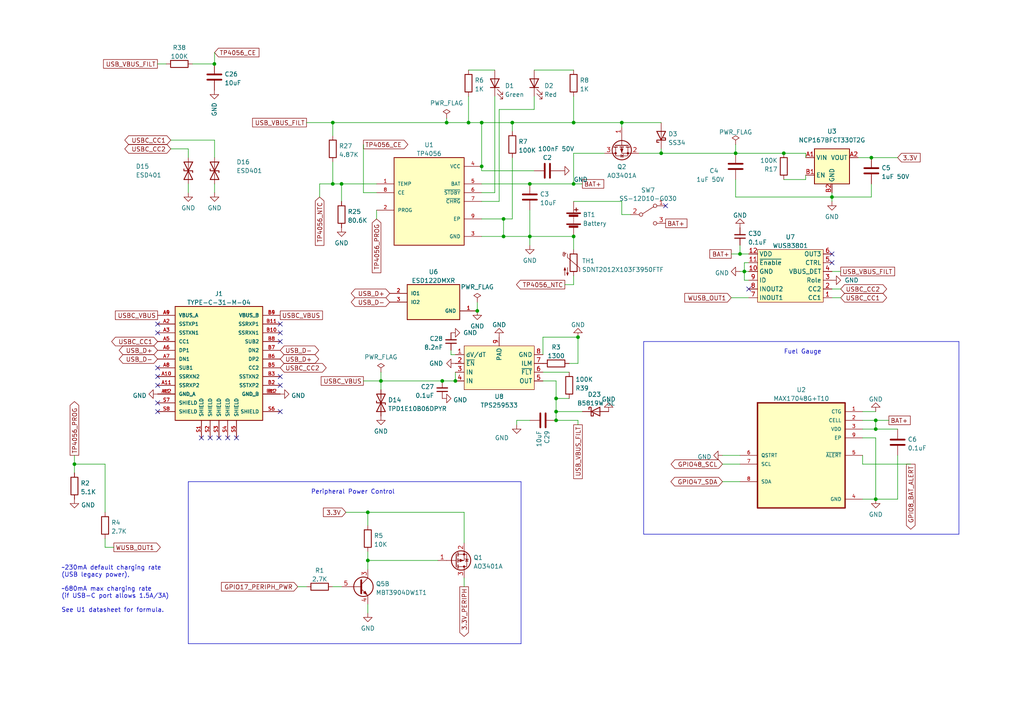
<source format=kicad_sch>
(kicad_sch (version 20230121) (generator eeschema)
  (paper "A4")
  (title_block (title "ezDV") (date "2024-01-01") (rev "v1.0") (company "FreeDV Project"))
  (lib_symbols
    (symbol "Device:Battery" (pin_numbers hide) (pin_names (offset 0) hide)
      (property "Reference" "BT" (at 2.54 2.54 0))
      (property "Value" "Battery" (at 2.54 0 0))
      (symbol "Battery_1_1"
        (pin passive line (at 0 5.08 270) (length 2.54) (name "+") (number "1"))
        (pin passive line (at 0 -5.08 90) (length 2.54) (name "-") (number "2"))
      )
    )
    (symbol "Device:C" (pin_numbers hide) (pin_names (offset 0.254))
      (property "Reference" "C" (at 0.635 2.54 0))
      (property "Value" "C" (at 0.635 -2.54 0))
      (symbol "C_1_1"
        (pin passive line (at 0 3.81 270) (length 2.794) (name "~") (number "1"))
        (pin passive line (at 0 -3.81 90) (length 2.794) (name "~") (number "2"))
      )
    )
    (symbol "Device:C_Small" (pin_numbers hide) (pin_names (offset 0.254) hide)
      (property "Reference" "C" (at 0.254 1.778 0))
      (property "Value" "C_Small" (at 0.254 -2.032 0))
      (symbol "C_Small_1_1"
        (pin passive line (at 0 2.54 270) (length 2.032) (name "~") (number "1"))
        (pin passive line (at 0 -2.54 90) (length 2.032) (name "~") (number "2"))
      )
    )
    (symbol "Device:D_Schottky" (pin_numbers hide) (pin_names (offset 1.016) hide)
      (property "Reference" "D" (at 0 2.54 0))
      (property "Value" "D_Schottky" (at 0 -2.54 0))
      (symbol "D_Schottky_1_1"
        (pin passive line (at -3.81 0 0) (length 2.54) (name "K") (number "1"))
        (pin passive line (at 3.81 0 180) (length 2.54) (name "A") (number "2"))
      )
    )
    (symbol "Device:D_TVS" (pin_numbers hide) (pin_names (offset 1.016) hide)
      (property "Reference" "D" (at 0 2.54 0))
      (property "Value" "D_TVS" (at 0 -2.54 0))
      (symbol "D_TVS_1_1"
        (pin passive line (at -3.81 0 0) (length 2.54) (name "A1") (number "1"))
        (pin passive line (at 3.81 0 180) (length 2.54) (name "A2") (number "2"))
      )
    )
    (symbol "Device:LED" (pin_numbers hide) (pin_names (offset 1.016) hide)
      (property "Reference" "D" (at 0 2.54 0))
      (property "Value" "LED" (at 0 -2.54 0))
      (symbol "LED_1_1"
        (pin passive line (at -3.81 0 0) (length 2.54) (name "K") (number "1"))
        (pin passive line (at 3.81 0 180) (length 2.54) (name "A") (number "2"))
      )
    )
    (symbol "Device:R" (pin_numbers hide) (pin_names (offset 0))
      (property "Reference" "R" (at 2.032 0 90))
      (property "Value" "R" (at 0 0 90))
      (symbol "R_1_1"
        (pin passive line (at 0 3.81 270) (length 1.27) (name "~") (number "1"))
        (pin passive line (at 0 -3.81 90) (length 1.27) (name "~") (number "2"))
      )
    )
    (symbol "Device:Thermistor_NTC" (pin_numbers hide) (pin_names (offset 0))
      (property "Reference" "TH" (at -4.445 0 90))
      (property "Value" "Thermistor_NTC" (at 3.175 0 90))
      (symbol "Thermistor_NTC_1_1"
        (pin passive line (at 0 3.81 270) (length 1.27) (name "~") (number "1"))
        (pin passive line (at 0 -3.81 90) (length 1.27) (name "~") (number "2"))
      )
    )
    (symbol "ESD122DMXR:ESD122DMXR" (pin_names (offset 1.016))
      (property "Reference" "U" (at -7.62 6.35 0))
      (property "Value" "ESD122DMXR" (at -7.62 -7.62 0))
      (symbol "ESD122DMXR_0_0"
        (pin power_in line (at 12.7 -2.54 180) (length 5.08) (name "GND") (number "1"))
        (pin bidirectional line (at -12.7 2.54 0) (length 5.08) (name "IO1") (number "2"))
        (pin bidirectional line (at -12.7 0 0) (length 5.08) (name "IO2") (number "3"))
      )
    )
    (symbol "MAX17048G_T10:MAX17048G+T10" (pin_names (offset 1.016))
      (property "Reference" "U2" (at 0 19.016 0))
      (property "Value" "MAX17048G+T10" (at 0 16.4791 0))
      (symbol "MAX17048G+T10_0_0"
        (pin power_in line (at 17.78 12.7 180) (length 5.08) (name "CTG") (number "1"))
        (pin power_in line (at 17.78 10.16 180) (length 5.08) (name "CELL") (number "2"))
        (pin power_in line (at 17.78 7.62 180) (length 5.08) (name "VDD") (number "3"))
        (pin power_in line (at 17.78 -12.7 180) (length 5.08) (name "GND") (number "4"))
        (pin output line (at 17.78 0 180) (length 5.08) (name "~{ALERT}") (number "5"))
        (pin input line (at -17.78 0 0) (length 5.08) (name "QSTRT") (number "6"))
        (pin input line (at -17.78 -2.54 0) (length 5.08) (name "SCL") (number "7"))
        (pin bidirectional line (at -17.78 -7.62 0) (length 5.08) (name "SDA") (number "8"))
        (pin power_in line (at 17.78 5.08 180) (length 5.08) (name "EP") (number "9"))
      )
    )
    (symbol "Regulator_Linear:NCP163AFCT330T2G"
      (property "Reference" "U" (at 3.81 -6.35 0))
      (property "Value" "NCP163AFCT330T2G" (at 0 6.35 0))
      (symbol "NCP163AFCT330T2G_1_1"
        (pin power_in line (at -7.62 2.54 0) (length 2.54) (name "VIN") (number "A1"))
        (pin power_out line (at 7.62 2.54 180) (length 2.54) (name "VOUT") (number "A2"))
        (pin input line (at -7.62 -2.54 0) (length 2.54) (name "EN") (number "B1"))
        (pin power_in line (at 0 -7.62 90) (length 2.54) (name "GND") (number "B2"))
      )
    )
    (symbol "Switch:SW_SPDT" (pin_names (offset 0) hide)
      (property "Reference" "SW" (at 0 4.318 0))
      (property "Value" "SW_SPDT" (at 0 -5.08 0))
      (symbol "SW_SPDT_1_1"
        (pin passive line (at 5.08 2.54 180) (length 2.54) (name "A") (number "1"))
        (pin passive line (at -5.08 0 0) (length 2.54) (name "B") (number "2"))
        (pin passive line (at 5.08 -2.54 180) (length 2.54) (name "C") (number "3"))
      )
    )
    (symbol "TP4056:TP4056" (pin_names (offset 1.016))
      (property "Reference" "U1" (at 0 16.3998 0))
      (property "Value" "TP4056" (at 0 13.8629 0))
      (symbol "TP4056_0_0"
        (pin input line (at -15.24 5.08 0) (length 5.08) (name "TEMP") (number "1"))
        (pin bidirectional line (at -15.24 -2.54 0) (length 5.08) (name "PROG") (number "2"))
        (pin power_in line (at 15.24 -10.16 180) (length 5.08) (name "GND") (number "3"))
        (pin power_in line (at 15.24 10.16 180) (length 5.08) (name "VCC") (number "4"))
        (pin power_out line (at 15.24 5.08 180) (length 5.08) (name "BAT") (number "5"))
        (pin output line (at 15.24 2.54 180) (length 5.08) (name "~{STDBY}") (number "6"))
        (pin output line (at 15.24 0 180) (length 5.08) (name "~{CHRG}") (number "7"))
        (pin input line (at -15.24 2.54 0) (length 5.08) (name "CE") (number "8"))
        (pin passive line (at 15.24 -5.08 180) (length 5.08) (name "EP") (number "9"))
      )
    )
    (symbol "TYPE-C-31-M-04:TYPE-C-31-M-04" (pin_names (offset 1.016))
      (property "Reference" "J1" (at 0 18.9398 0))
      (property "Value" "TYPE-C-31-M-04" (at 0 16.4029 0))
      (symbol "TYPE-C-31-M-04_0_0"
        (pin power_in line (at -17.78 -10.16 0) (length 5.08) (name "GND_A") (number "A1"))
        (pin bidirectional line (at -17.78 -5.08 0) (length 5.08) (name "SSRXN2") (number "A10"))
        (pin bidirectional line (at -17.78 -7.62 0) (length 5.08) (name "SSRXP2") (number "A11"))
        (pin power_in line (at -17.78 -10.16 0) (length 5.08) (name "GND_A") (number "A12"))
        (pin bidirectional line (at -17.78 10.16 0) (length 5.08) (name "SSTXP1") (number "A2"))
        (pin bidirectional line (at -17.78 7.62 0) (length 5.08) (name "SSTXN1") (number "A3"))
        (pin power_in line (at -17.78 12.7 0) (length 5.08) (name "VBUS_A") (number "A4"))
        (pin bidirectional line (at -17.78 5.08 0) (length 5.08) (name "CC1") (number "A5"))
        (pin bidirectional line (at -17.78 2.54 0) (length 5.08) (name "DP1") (number "A6"))
        (pin bidirectional line (at -17.78 0 0) (length 5.08) (name "DN1") (number "A7"))
        (pin bidirectional line (at -17.78 -2.54 0) (length 5.08) (name "SUB1") (number "A8"))
        (pin power_in line (at -17.78 12.7 0) (length 5.08) (name "VBUS_A") (number "A9"))
        (pin power_in line (at 17.78 -10.16 180) (length 5.08) (name "GND_B") (number "B1"))
        (pin bidirectional line (at 17.78 7.62 180) (length 5.08) (name "SSRXN1") (number "B10"))
        (pin bidirectional line (at 17.78 10.16 180) (length 5.08) (name "SSRXP1") (number "B11"))
        (pin power_in line (at 17.78 -10.16 180) (length 5.08) (name "GND_B") (number "B12"))
        (pin bidirectional line (at 17.78 -7.62 180) (length 5.08) (name "SSTXP2") (number "B2"))
        (pin bidirectional line (at 17.78 -5.08 180) (length 5.08) (name "SSTXN2") (number "B3"))
        (pin power_in line (at 17.78 12.7 180) (length 5.08) (name "VBUS_B") (number "B4"))
        (pin bidirectional line (at 17.78 -2.54 180) (length 5.08) (name "CC2") (number "B5"))
        (pin bidirectional line (at 17.78 0 180) (length 5.08) (name "DP2") (number "B6"))
        (pin bidirectional line (at 17.78 2.54 180) (length 5.08) (name "DN2") (number "B7"))
        (pin bidirectional line (at 17.78 5.08 180) (length 5.08) (name "SUB2") (number "B8"))
        (pin power_in line (at 17.78 12.7 180) (length 5.08) (name "VBUS_B") (number "B9"))
        (pin passive line (at -5.08 -22.86 90) (length 5.08) (name "SHIELD") (number "S1"))
        (pin passive line (at -2.54 -22.86 90) (length 5.08) (name "SHIELD") (number "S2"))
        (pin passive line (at 0 -22.86 90) (length 5.08) (name "SHIELD") (number "S3"))
        (pin passive line (at 2.54 -22.86 90) (length 5.08) (name "SHIELD") (number "S4"))
        (pin passive line (at 5.08 -22.86 90) (length 5.08) (name "SHIELD") (number "S5"))
        (pin passive line (at 17.78 -15.24 180) (length 5.08) (name "SHIELD") (number "S6"))
        (pin passive line (at -17.78 -12.7 0) (length 5.08) (name "SHIELD") (number "S7"))
        (pin passive line (at -17.78 -15.24 0) (length 5.08) (name "SHIELD") (number "S8"))
      )
    )
    (symbol "Transistor_BJT:MBT2222ADW1T1" (pin_names (offset 0) hide)
      (property "Reference" "Q" (at 5.08 1.27 0))
      (property "Value" "MBT2222ADW1T1" (at 5.08 -1.27 0))
      (symbol "MBT2222ADW1T1_1_1"
        (pin passive line (at 2.54 -5.08 90) (length 2.54) (name "E1") (number "1"))
        (pin input line (at -5.08 0 0) (length 2.54) (name "B1") (number "2"))
        (pin passive line (at 2.54 5.08 270) (length 2.54) (name "C1") (number "6"))
      )
      (symbol "MBT2222ADW1T1_2_1"
        (pin passive line (at 2.54 5.08 270) (length 2.54) (name "C2") (number "3"))
        (pin passive line (at 2.54 -5.08 90) (length 2.54) (name "E2") (number "4"))
        (pin input line (at -5.08 0 0) (length 2.54) (name "B2") (number "5"))
      )
    )
    (symbol "Transistor_FET:AO3401A" (pin_names hide)
      (property "Reference" "Q" (at 5.08 1.905 0))
      (property "Value" "AO3401A" (at 5.08 0 0))
      (symbol "AO3401A_1_1"
        (pin input line (at -5.08 0 0) (length 2.54) (name "G") (number "1"))
        (pin passive line (at 2.54 -5.08 90) (length 2.54) (name "S") (number "2"))
        (pin passive line (at 2.54 5.08 270) (length 2.54) (name "D") (number "3"))
      )
    )
    (symbol "ezDV-rescue:TPS259533"
      (property "Reference" "U" (at 0 -1.27 0))
      (property "Value" "TPS259533" (at 0 -3.81 0))
      (symbol "TPS259533_1_1"
        (pin bidirectional line (at -12.7 10.16 0) (length 2.54) (name "dV/dT") (number "1"))
        (pin input line (at -12.7 7.62 0) (length 2.54) (name "~{EN}") (number "2"))
        (pin power_in line (at -12.7 5.08 0) (length 2.54) (name "IN") (number "3"))
        (pin power_in line (at -12.7 2.54 0) (length 2.54) (name "IN") (number "4"))
        (pin power_out line (at 12.7 2.54 180) (length 2.54) (name "OUT") (number "5"))
        (pin open_collector line (at 12.7 5.08 180) (length 2.54) (name "~{FLT}") (number "6"))
        (pin bidirectional line (at 12.7 7.62 180) (length 2.54) (name "ILM") (number "7"))
        (pin bidirectional line (at 12.7 10.16 180) (length 2.54) (name "GND") (number "8"))
        (pin bidirectional line (at 0 15.24 270) (length 2.54) (name "PAD") (number "9"))
      )
    )
    (symbol "ezDV-rescue:WUSB3801"
      (property "Reference" "U?" (at 0 -10.16 0))
      (property "Value" "WUSB3801" (at 0 -12.7 0))
      (symbol "WUSB3801_1_1"
        (pin bidirectional line (at -12.7 6.35 0) (length 2.54) (name "CC1") (number "1"))
        (pin power_out line (at 11.43 -1.27 180) (length 2.54) (name "GND") (number "10"))
        (pin input line (at 11.43 -3.81 180) (length 2.54) (name "~{Enable}") (number "11"))
        (pin power_in line (at 11.43 -6.35 180) (length 2.54) (name "VDD") (number "12"))
        (pin bidirectional line (at -12.7 3.81 0) (length 2.54) (name "CC2") (number "2"))
        (pin input line (at -12.7 1.27 0) (length 2.54) (name "Role") (number "3"))
        (pin power_in line (at -12.7 -1.27 0) (length 2.54) (name "VBUS_DET") (number "4"))
        (pin input line (at -12.7 -3.81 0) (length 2.54) (name "CTRL") (number "5"))
        (pin output line (at -12.7 -6.35 0) (length 2.54) (name "OUT3") (number "6"))
        (pin bidirectional line (at 11.43 6.35 180) (length 2.54) (name "INOUT1") (number "7"))
        (pin bidirectional line (at 11.43 3.81 180) (length 2.54) (name "INOUT2") (number "8"))
        (pin output line (at 11.43 1.27 180) (length 2.54) (name "ID") (number "9"))
      )
    )
    (symbol "power:GND" (power) (pin_names (offset 0))
      (property "Value" "GND" (at 0 -3.81 0))
      (symbol "GND_1_1"
        (pin power_in line (at 0 0 270) (length 0) hide (name "GND") (number "1"))
      )
    )
    (symbol "power:PWR_FLAG" (power) (pin_numbers hide) (pin_names (offset 0) hide)
      (property "Value" "PWR_FLAG" (at 0 3.81 0))
      (symbol "PWR_FLAG_0_0"
        (pin power_out line (at 0 0 90) (length 0) (name "pwr") (number "1"))
      )
    )
  )
  (junction (at 161.29 119.38))
  (junction (at 166.37 68.58))
  (junction (at 214.63 73.66))
  (junction (at 96.52 35.56))
  (junction (at 166.37 35.56))
  (junction (at 241.3 57.15))
  (junction (at 135.89 35.56))
  (junction (at 110.49 110.49))
  (junction (at 106.68 162.56))
  (junction (at 153.67 53.34))
  (junction (at 62.1783 18.5406))
  (junction (at 139.7 35.56))
  (junction (at 213.36 44.45))
  (junction (at 21.59 134.62))
  (junction (at 166.37 53.34))
  (junction (at 252.73 45.72))
  (junction (at 215.9 78.74))
  (junction (at 180.34 35.56))
  (junction (at 167.64 97.79))
  (junction (at 99.06 53.34))
  (junction (at 161.29 121.92))
  (junction (at 148.59 35.56))
  (junction (at 146.05 68.58))
  (junction (at 96.52 53.34))
  (junction (at 161.29 115.57))
  (junction (at 106.68 148.59))
  (junction (at 254 144.78))
  (junction (at 128.27 110.49))
  (junction (at 138.43 90.17))
  (junction (at 153.67 68.58))
  (junction (at 254 121.92))
  (junction (at 254 124.46))
  (junction (at 132.08 110.49))
  (junction (at 191.77 44.45))
  (junction (at 129.54 35.56))
  (junction (at 146.05 63.5))
  (junction (at 227.33 44.45))
  (junction (at 139.7 48.26))
  (no_connect (at 193.04 59.69))
  (no_connect (at 81.28 119.38))
  (no_connect (at 45.72 116.84))
  (no_connect (at 58.42 127))
  (no_connect (at 60.96 127))
  (no_connect (at 63.5 127))
  (no_connect (at 66.04 127))
  (no_connect (at 68.58 127))
  (no_connect (at 241.3 73.66))
  (no_connect (at 241.3 76.2))
  (no_connect (at 217.17 83.82))
  (no_connect (at 45.72 96.52))
  (no_connect (at 45.72 93.98))
  (no_connect (at 81.28 99.06))
  (no_connect (at 81.28 111.76))
  (no_connect (at 81.28 96.52))
  (no_connect (at 81.28 109.22))
  (no_connect (at 81.28 93.98))
  (no_connect (at 45.72 106.68))
  (no_connect (at 45.72 111.76))
  (no_connect (at 45.72 119.38))
  (no_connect (at 45.72 109.22))
  (wire (pts (xy 215.9 78.74) (xy 215.9 81.28)))
  (wire (pts (xy 254 124.46) (xy 260.35 124.46)))
  (wire (pts (xy 213.36 44.45) (xy 227.33 44.45)))
  (wire (pts (xy 180.34 35.56) (xy 180.34 36.83)))
  (wire (pts (xy 135.89 27.94) (xy 135.89 35.56)))
  (wire (pts (xy 30.48 134.62) (xy 21.59 134.62)))
  (wire (pts (xy 227.33 52.07) (xy 233.68 52.07)))
  (wire (pts (xy 135.89 35.56) (xy 139.7 35.56)))
  (wire (pts (xy 167.64 97.79) (xy 167.64 105.41)))
  (polyline (pts (xy 186.69 99.06) (xy 186.69 154.94)))
  (wire (pts (xy 106.68 175.26) (xy 106.68 177.8)))
  (wire (pts (xy 146.05 68.58) (xy 153.67 68.58)))
  (wire (pts (xy 148.59 45.72) (xy 148.59 63.5)))
  (wire (pts (xy 96.52 35.56) (xy 129.54 35.56)))
  (wire (pts (xy 86.36 170.18) (xy 88.9 170.18)))
  (wire (pts (xy 250.19 134.62) (xy 250.19 132.08)))
  (wire (pts (xy 264.16 134.62) (xy 250.19 134.62)))
  (polyline (pts (xy 54.61 139.7) (xy 54.61 186.69)))
  (wire (pts (xy 54.61 45.72) (xy 54.61 43.18)))
  (wire (pts (xy 130.81 101.6) (xy 130.81 102.87)))
  (wire (pts (xy 214.63 73.66) (xy 217.17 73.66)))
  (wire (pts (xy 161.29 115.57) (xy 165.1 115.57)))
  (wire (pts (xy 153.67 68.58) (xy 153.67 60.96)))
  (wire (pts (xy 109.22 55.88) (xy 105.41 55.88)))
  (wire (pts (xy 157.48 102.87) (xy 157.48 97.79)))
  (wire (pts (xy 21.59 134.62) (xy 21.59 137.16)))
  (wire (pts (xy 134.62 148.59) (xy 134.62 157.48)))
  (wire (pts (xy 166.37 35.56) (xy 180.34 35.56)))
  (wire (pts (xy 62.23 18.5406) (xy 62.1783 18.5406)))
  (wire (pts (xy 139.7 35.56) (xy 139.7 48.26)))
  (wire (pts (xy 153.67 53.34) (xy 166.37 53.34)))
  (wire (pts (xy 157.48 107.95) (xy 165.1 107.95)))
  (wire (pts (xy 106.68 162.56) (xy 127 162.56)))
  (wire (pts (xy 250.19 144.78) (xy 254 144.78)))
  (wire (pts (xy 180.34 58.42) (xy 180.34 62.23)))
  (wire (pts (xy 254 124.46) (xy 254 121.92)))
  (wire (pts (xy 149.86 123.19) (xy 149.86 121.92)))
  (wire (pts (xy 161.29 115.57) (xy 161.29 119.38)))
  (wire (pts (xy 105.41 110.49) (xy 110.49 110.49)))
  (wire (pts (xy 241.3 57.15) (xy 241.3 55.88)))
  (wire (pts (xy 161.29 119.38) (xy 161.29 121.92)))
  (wire (pts (xy 62.23 53.34) (xy 62.23 55.88)))
  (wire (pts (xy 250.19 127) (xy 254 127)))
  (wire (pts (xy 55.8283 18.5406) (xy 62.1783 18.5406)))
  (wire (pts (xy 233.68 52.07) (xy 233.68 50.8)))
  (wire (pts (xy 148.59 35.56) (xy 166.37 35.56)))
  (wire (pts (xy 252.73 57.15) (xy 241.3 57.15)))
  (wire (pts (xy 99.06 53.34) (xy 99.06 58.42)))
  (wire (pts (xy 49.53 43.18) (xy 54.61 43.18)))
  (wire (pts (xy 30.48 148.59) (xy 30.48 134.62)))
  (wire (pts (xy 134.62 167.64) (xy 134.62 170.18)))
  (wire (pts (xy 106.68 148.59) (xy 134.62 148.59)))
  (wire (pts (xy 166.37 68.58) (xy 153.67 68.58)))
  (wire (pts (xy 106.68 162.56) (xy 106.68 165.1)))
  (polyline (pts (xy 278.13 154.94) (xy 186.69 154.94)))
  (wire (pts (xy 129.54 34.29) (xy 129.54 35.56)))
  (wire (pts (xy 212.09 86.36) (xy 217.17 86.36)))
  (wire (pts (xy 215.9 76.2) (xy 217.17 76.2)))
  (wire (pts (xy 45.6683 18.5406) (xy 48.2083 18.5406)))
  (wire (pts (xy 166.37 58.42) (xy 180.34 58.42)))
  (wire (pts (xy 250.19 124.46) (xy 254 124.46)))
  (wire (pts (xy 213.36 41.91) (xy 213.36 44.45)))
  (wire (pts (xy 54.61 53.34) (xy 54.61 55.88)))
  (wire (pts (xy 213.36 52.07) (xy 213.36 57.15)))
  (wire (pts (xy 241.3 57.15) (xy 241.3 58.42)))
  (wire (pts (xy 233.68 45.72) (xy 233.68 44.45)))
  (wire (pts (xy 49.53 40.64) (xy 62.23 40.64)))
  (wire (pts (xy 110.49 110.49) (xy 110.49 107.95)))
  (wire (pts (xy 99.06 53.34) (xy 109.22 53.34)))
  (wire (pts (xy 154.94 20.32) (xy 166.37 20.32)))
  (wire (pts (xy 96.52 53.34) (xy 92.71 53.34)))
  (wire (pts (xy 163.83 82.55) (xy 166.37 82.55)))
  (wire (pts (xy 106.68 160.02) (xy 106.68 162.56)))
  (wire (pts (xy 165.1 105.41) (xy 167.64 105.41)))
  (wire (pts (xy 92.71 53.34) (xy 92.71 57.15)))
  (wire (pts (xy 233.68 44.45) (xy 227.33 44.45)))
  (wire (pts (xy 180.34 62.23) (xy 182.88 62.23)))
  (wire (pts (xy 105.41 41.91) (xy 105.41 55.88)))
  (wire (pts (xy 149.86 121.92) (xy 153.67 121.92)))
  (polyline (pts (xy 54.61 139.7) (xy 151.13 139.7)))
  (wire (pts (xy 161.29 121.92) (xy 167.64 121.92)))
  (wire (pts (xy 96.52 53.34) (xy 99.06 53.34)))
  (polyline (pts (xy 278.13 99.06) (xy 278.13 154.94)))
  (wire (pts (xy 132.08 107.95) (xy 132.08 110.49)))
  (wire (pts (xy 260.35 144.78) (xy 260.35 132.08)))
  (wire (pts (xy 154.94 49.53) (xy 139.7 49.53)))
  (wire (pts (xy 148.59 63.5) (xy 146.05 63.5)))
  (wire (pts (xy 166.37 44.45) (xy 166.37 53.34)))
  (wire (pts (xy 135.89 20.32) (xy 143.51 20.32)))
  (wire (pts (xy 215.9 78.74) (xy 215.9 76.2)))
  (wire (pts (xy 180.34 35.56) (xy 191.77 35.56)))
  (wire (pts (xy 161.29 119.38) (xy 168.91 119.38)))
  (wire (pts (xy 143.51 55.88) (xy 139.7 55.88)))
  (wire (pts (xy 139.7 63.5) (xy 146.05 63.5)))
  (wire (pts (xy 166.37 53.34) (xy 168.91 53.34)))
  (wire (pts (xy 153.67 68.58) (xy 153.67 71.12)))
  (wire (pts (xy 109.22 60.96) (xy 109.22 63.5)))
  (wire (pts (xy 62.23 15.24) (xy 62.23 18.5406)))
  (wire (pts (xy 215.9 81.28) (xy 217.17 81.28)))
  (wire (pts (xy 128.27 110.49) (xy 132.08 110.49)))
  (wire (pts (xy 209.55 132.08) (xy 214.63 132.08)))
  (wire (pts (xy 209.55 134.62) (xy 214.63 134.62)))
  (polyline (pts (xy 151.13 139.7) (xy 151.13 186.69)))
  (wire (pts (xy 250.19 119.38) (xy 254 119.38)))
  (wire (pts (xy 214.63 71.12) (xy 214.63 73.66)))
  (wire (pts (xy 139.7 35.56) (xy 148.59 35.56)))
  (wire (pts (xy 30.48 156.21) (xy 30.48 158.75)))
  (wire (pts (xy 21.59 132.08) (xy 21.59 134.62)))
  (polyline (pts (xy 151.13 186.69) (xy 54.61 186.69)))
  (wire (pts (xy 254 121.92) (xy 257.81 121.92)))
  (polyline (pts (xy 186.69 99.06) (xy 278.13 99.06)))
  (wire (pts (xy 100.33 148.59) (xy 106.68 148.59)))
  (wire (pts (xy 209.55 139.7) (xy 214.63 139.7)))
  (wire (pts (xy 144.78 31.75) (xy 144.78 58.42)))
  (wire (pts (xy 175.26 44.45) (xy 166.37 44.45)))
  (wire (pts (xy 96.52 46.99) (xy 96.52 53.34)))
  (wire (pts (xy 139.7 49.53) (xy 139.7 48.26)))
  (wire (pts (xy 144.78 58.42) (xy 139.7 58.42)))
  (wire (pts (xy 138.43 87.63) (xy 138.43 90.17)))
  (wire (pts (xy 241.3 83.82) (xy 243.84 83.82)))
  (wire (pts (xy 157.48 110.49) (xy 161.29 110.49)))
  (wire (pts (xy 254 144.78) (xy 260.35 144.78)))
  (wire (pts (xy 166.37 82.55) (xy 166.37 80.01)))
  (wire (pts (xy 166.37 27.94) (xy 166.37 35.56)))
  (wire (pts (xy 129.54 35.56) (xy 135.89 35.56)))
  (wire (pts (xy 213.36 57.15) (xy 241.3 57.15)))
  (wire (pts (xy 252.73 45.72) (xy 260.35 45.72)))
  (wire (pts (xy 154.94 27.94) (xy 154.94 31.75)))
  (wire (pts (xy 252.73 53.34) (xy 252.73 57.15)))
  (wire (pts (xy 167.64 121.92) (xy 167.64 123.19)))
  (wire (pts (xy 146.05 63.5) (xy 146.05 68.58)))
  (wire (pts (xy 139.7 53.34) (xy 153.67 53.34)))
  (wire (pts (xy 250.19 121.92) (xy 254 121.92)))
  (wire (pts (xy 157.48 97.79) (xy 167.64 97.79)))
  (wire (pts (xy 166.37 68.58) (xy 166.37 72.39)))
  (wire (pts (xy 214.63 78.74) (xy 215.9 78.74)))
  (wire (pts (xy 143.51 27.94) (xy 143.51 55.88)))
  (wire (pts (xy 139.7 68.58) (xy 146.05 68.58)))
  (wire (pts (xy 110.49 110.49) (xy 110.49 113.03)))
  (wire (pts (xy 148.59 35.56) (xy 148.59 38.1)))
  (wire (pts (xy 241.3 78.74) (xy 243.84 78.74)))
  (wire (pts (xy 254 127) (xy 254 144.78)))
  (wire (pts (xy 62.23 40.64) (xy 62.23 45.72)))
  (wire (pts (xy 106.68 148.59) (xy 106.68 152.4)))
  (wire (pts (xy 96.52 170.18) (xy 99.06 170.18)))
  (wire (pts (xy 96.52 35.56) (xy 96.52 39.37)))
  (wire (pts (xy 212.09 73.66) (xy 214.63 73.66)))
  (wire (pts (xy 241.3 86.36) (xy 243.84 86.36)))
  (wire (pts (xy 191.77 44.45) (xy 191.77 43.18)))
  (wire (pts (xy 161.29 110.49) (xy 161.29 115.57)))
  (wire (pts (xy 185.42 44.45) (xy 191.77 44.45)))
  (wire (pts (xy 88.9 35.56) (xy 96.52 35.56)))
  (wire (pts (xy 130.81 102.87) (xy 132.08 102.87)))
  (wire (pts (xy 30.48 158.75) (xy 33.02 158.75)))
  (wire (pts (xy 248.92 45.72) (xy 252.73 45.72)))
  (wire (pts (xy 191.77 44.45) (xy 213.36 44.45)))
  (wire (pts (xy 154.94 31.75) (xy 144.78 31.75)))
  (wire (pts (xy 215.9 78.74) (xy 217.17 78.74)))
  (wire (pts (xy 110.49 110.49) (xy 128.27 110.49)))
  (text "Fuel Gauge" (at 227.33 102.87 0) (effects (font (size 1.27 1.27)) (justify left bottom)))
  (text "Peripheral Power Control" (at 90.17 143.51 0) (effects (font (size 1.27 1.27)) (justify left bottom)))
  (text "~230mA default charging rate\n(USB legacy power),\n\n~680mA max charging rate \n(if USB-C port allows 1.5A/3A)\n\nSee U1 datasheet for formula." (at 17.78 177.8 0) (effects (font (size 1.27 1.27)) (justify left bottom)))
  (global_label "USBC_CC1" (shape bidirectional) (at 45.72 99.06 180) (property "Intersheetrefs" "${INTERSHEET_REFS}" (effects hide)))
  (global_label "USBC_CC1" (shape bidirectional) (at 243.84 86.36 0) (property "Intersheetrefs" "${INTERSHEET_REFS}" (effects hide)))
  (global_label "USB_VBUS_FILT" (shape passive) (at 243.84 78.74 0) (property "Intersheetrefs" "${INTERSHEET_REFS}" (effects hide)))
  (global_label "USB_D+" (shape bidirectional) (at 45.72 101.6 180) (property "Intersheetrefs" "${INTERSHEET_REFS}" (effects hide)))
  (global_label "USBC_VBUS" (shape passive) (at 81.28 91.44 0) (property "Intersheetrefs" "${INTERSHEET_REFS}" (effects hide)))
  (global_label "USB_VBUS_FILT" (shape passive) (at 45.6683 18.5406 180) (property "Intersheetrefs" "${INTERSHEET_REFS}" (effects hide)))
  (global_label "TP4056_NTC" (shape output) (at 163.83 82.55 180) (property "Intersheetrefs" "${INTERSHEET_REFS}" (effects hide)))
  (global_label "GPIO17_PERIPH_PWR" (shape input) (at 86.36 170.18 180) (property "Intersheetrefs" "${INTERSHEET_REFS}" (effects hide)))
  (global_label "TP4056_CE" (shape input) (at 62.23 15.24 0) (property "Intersheetrefs" "${INTERSHEET_REFS}" (effects hide)))
  (global_label "GPIO8_BAT_ALERT" (shape output) (at 264.16 134.62 270) (property "Intersheetrefs" "${INTERSHEET_REFS}" (effects hide)))
  (global_label "3.3V" (shape input) (at 100.33 148.59 180) (property "Intersheetrefs" "${INTERSHEET_REFS}" (effects hide)))
  (global_label "USB_D+" (shape bidirectional) (at 113.03 85.09 180) (property "Intersheetrefs" "${INTERSHEET_REFS}" (effects hide)))
  (global_label "3.3V_PERIPH" (shape output) (at 134.62 170.18 270) (property "Intersheetrefs" "${INTERSHEET_REFS}" (effects hide)))
  (global_label "USBC_VBUS" (shape passive) (at 105.41 110.49 180) (property "Intersheetrefs" "${INTERSHEET_REFS}" (effects hide)))
  (global_label "USB_VBUS_FILT" (shape passive) (at 167.64 123.19 270) (property "Intersheetrefs" "${INTERSHEET_REFS}" (effects hide)))
  (global_label "WUSB_OUT1" (shape input) (at 212.09 86.36 180) (property "Intersheetrefs" "${INTERSHEET_REFS}" (effects hide)))
  (global_label "USB_D-" (shape bidirectional) (at 81.28 101.6 0) (property "Intersheetrefs" "${INTERSHEET_REFS}" (effects hide)))
  (global_label "USBC_CC2" (shape bidirectional) (at 243.84 83.82 0) (property "Intersheetrefs" "${INTERSHEET_REFS}" (effects hide)))
  (global_label "TP4056_PROG" (shape input) (at 109.22 63.5 270) (property "Intersheetrefs" "${INTERSHEET_REFS}" (effects hide)))
  (global_label "BAT+" (shape passive) (at 168.91 53.34 0) (property "Intersheetrefs" "${INTERSHEET_REFS}" (effects hide)))
  (global_label "BAT+" (shape passive) (at 257.81 121.92 0) (property "Intersheetrefs" "${INTERSHEET_REFS}" (effects hide)))
  (global_label "USB_VBUS_FILT" (shape passive) (at 88.9 35.56 180) (property "Intersheetrefs" "${INTERSHEET_REFS}" (effects hide)))
  (global_label "USB_D+" (shape bidirectional) (at 81.28 104.14 0) (property "Intersheetrefs" "${INTERSHEET_REFS}" (effects hide)))
  (global_label "USB_D-" (shape bidirectional) (at 45.72 104.14 180) (property "Intersheetrefs" "${INTERSHEET_REFS}" (effects hide)))
  (global_label "GPIO47_SDA" (shape bidirectional) (at 209.55 139.7 180) (property "Intersheetrefs" "${INTERSHEET_REFS}" (effects hide)))
  (global_label "USBC_VBUS" (shape passive) (at 45.72 91.44 180) (property "Intersheetrefs" "${INTERSHEET_REFS}" (effects hide)))
  (global_label "USBC_CC2" (shape bidirectional) (at 81.28 106.68 0) (property "Intersheetrefs" "${INTERSHEET_REFS}" (effects hide)))
  (global_label "BAT+" (shape passive) (at 193.04 64.77 0) (property "Intersheetrefs" "${INTERSHEET_REFS}" (effects hide)))
  (global_label "USBC_CC2" (shape bidirectional) (at 49.53 43.18 180) (property "Intersheetrefs" "${INTERSHEET_REFS}" (effects hide)))
  (global_label "WUSB_OUT1" (shape output) (at 33.02 158.75 0) (property "Intersheetrefs" "${INTERSHEET_REFS}" (effects hide)))
  (global_label "TP4056_CE" (shape output) (at 105.41 41.91 0) (property "Intersheetrefs" "${INTERSHEET_REFS}" (effects hide)))
  (global_label "USBC_CC1" (shape bidirectional) (at 49.53 40.64 180) (property "Intersheetrefs" "${INTERSHEET_REFS}" (effects hide)))
  (global_label "TP4056_NTC" (shape input) (at 92.71 57.15 270) (property "Intersheetrefs" "${INTERSHEET_REFS}" (effects hide)))
  (global_label "BAT+" (shape passive) (at 212.09 73.66 180) (property "Intersheetrefs" "${INTERSHEET_REFS}" (effects hide)))
  (global_label "USB_D-" (shape bidirectional) (at 113.03 87.63 180) (property "Intersheetrefs" "${INTERSHEET_REFS}" (effects hide)))
  (global_label "TP4056_PROG" (shape output) (at 21.59 132.08 90) (property "Intersheetrefs" "${INTERSHEET_REFS}" (effects hide)))
  (global_label "GPIO48_SCL" (shape bidirectional) (at 209.55 134.62 180) (property "Intersheetrefs" "${INTERSHEET_REFS}" (effects hide)))
  (global_label "3.3V" (shape input) (at 260.35 45.72 0) (property "Intersheetrefs" "${INTERSHEET_REFS}" (effects hide)))
  (symbol (lib_id "power:PWR_FLAG") (at 129.54 34.29 0) (unit 1)
    (property "Reference" "#FLG0101" (effects hide))
    (property "Value" "PWR_FLAG" (at 129.54 29.8958 0))
  )
  (symbol (lib_id "Device:LED") (at 154.94 24.13 90) (unit 1)
    (property "Reference" "D2" (at 157.861 24.8828 90) (effects (justify right)))
    (property "Value" "Red" (at 157.861 27.4197 90) (effects (justify right)))
    (property "Footprint" "Diode_SMD:D_0603_1608Metric" (effects hide))
    (property "Datasheet" "https://datasheet.lcsc.com/lcsc/1810231112_Hubei-KENTO-Elec-KT-0603R_C2286.pdf" (effects hide))
    (property "LCSC" "C2286" (effects hide))
    (property "JLCPCB_Basic" "Yes" (effects hide))
  )
  (symbol (lib_id "Device:C") (at 157.48 121.92 270) (unit 1)
    (property "Reference" "C29" (at 158.6484 124.841 0) (effects (justify left)))
    (property "Value" "10uF" (at 156.337 124.841 0) (effects (justify left)))
    (property "Footprint" "Capacitor_SMD:C_0603_1608Metric" (effects hide))
    (property "Datasheet" "https://datasheet.lcsc.com/lcsc/2304140030_Samsung-Electro-Mechanics-CL10A106MA8NRNC_C96446.pdf" (effects hide))
    (property "LCSC" "C96446" (effects hide))
    (property "JLCPCB_Basic" "Yes" (effects hide))
  )
  (symbol (lib_id "Device:R") (at 52.0183 18.5406 270) (unit 1)
    (property "Reference" "R38" (at 52.0183 13.8248 90))
    (property "Value" "100K" (at 52.0183 16.3617 90))
    (property "Footprint" "Resistor_SMD:R_0402_1005Metric" (effects hide))
    (property "Datasheet" "https://datasheet.lcsc.com/lcsc/2206010100_UNI-ROYAL-Uniroyal-Elec-0402WGF1003TCE_C25741.pdf" (effects hide))
    (property "LCSC" "C25741" (effects hide))
    (property "JLCPCB_Basic" "Yes" (effects hide))
  )
  (symbol (lib_id "TP4056:TP4056") (at 124.46 58.42 0) (unit 1)
    (property "Reference" "U1" (at 124.46 42.0202 0))
    (property "Value" "TP4056" (at 124.46 44.5571 0))
    (property "Footprint" "ezDV_production:SOP127P600X175-9N" (effects hide))
    (property "Datasheet" "https://datasheet.lcsc.com/lcsc/1809261820_TOPPOWER-Nanjing-Extension-Microelectronics-TP4056-42-ESOP8_C16581.pdf" (effects hide))
    (property "STANDARD" "IPC 7351B" (effects hide))
    (property "MAXIMUM_PACKAGE_HEIGHT" "1.75mm" (effects hide))
    (property "MANUFACTURER" "NanJing Top Power ASIC Corp." (effects hide))
    (property "LCSC" "C16581" (effects hide))
    (property "JLCPCB_Basic" "No" (effects hide))
  )
  (symbol (lib_id "power:GND") (at 254 119.38 180) (unit 1)
    (property "Reference" "#PWR010" (effects hide))
    (property "Value" "GND" (at 254 115.8042 0))
  )
  (symbol (lib_id "Device:D_TVS") (at 110.49 116.84 90) (unit 1)
    (property "Reference" "D14" (at 112.522 116.0053 90) (effects (justify right)))
    (property "Value" "TPD1E10B06DPYR" (at 112.522 118.5422 90) (effects (justify right)))
    (property "Footprint" "ezDV_production:DIO_TPD1E05U06DPYR" (effects hide))
    (property "Datasheet" "https://www.ti.com/lit/ds/symlink/tpd1e10b06.pdf?ts=1673062853444" (effects hide))
    (property "LCSC" "C48260" (effects hide))
    (property "JLCPCB_Basic" "Yes" (effects hide))
  )
  (symbol (lib_id "power:GND") (at 81.28 114.3 90) (unit 1)
    (property "Reference" "#PWR02" (effects hide))
    (property "Value" "GND" (at 84.455 114.7338 90) (effects (justify right)))
  )
  (symbol (lib_id "power:GND") (at 128.27 115.57 90) (unit 1)
    (property "Reference" "#PWR055" (effects hide))
    (property "Value" "GND" (at 131.445 116.0038 90) (effects (justify right)))
  )
  (symbol (lib_id "Device:C_Small") (at 214.63 68.58 180) (unit 1)
    (property "Reference" "C30" (at 216.9541 67.7389 0) (effects (justify right)))
    (property "Value" "0.1uF" (at 216.9541 70.2758 0) (effects (justify right)))
    (property "Footprint" "Capacitor_SMD:C_0402_1005Metric" (effects hide))
    (property "Datasheet" "https://datasheet.lcsc.com/lcsc/1810191219_Samsung-Electro-Mechanics-CL05B104KO5NNNC_C1525.pdf" (effects hide))
    (property "LCSC" "C1525" (effects hide))
    (property "JLCPCB_Basic" "Yes" (effects hide))
  )
  (symbol (lib_id "Device:R") (at 161.29 105.41 90) (unit 1)
    (property "Reference" "R3" (at 161.29 100.6942 90))
    (property "Value" "1300" (at 161.29 103.2311 90))
    (property "Footprint" "Resistor_SMD:R_0402_1005Metric" (effects hide))
    (property "Datasheet" "https://datasheet.lcsc.com/lcsc/2202151130_FOJAN-FRC0402F1331TS_C2974006.pdf" (effects hide))
    (property "LCSC" "C2974006" (effects hide))
    (property "JLCPCB_Basic" "No" (effects hide))
  )
  (symbol (lib_id "Device:R") (at 148.59 41.91 0) (unit 1)
    (property "Reference" "R7" (at 150.368 41.0753 0) (effects (justify left)))
    (property "Value" "100K" (at 150.368 43.6122 0) (effects (justify left)))
    (property "Footprint" "Resistor_SMD:R_0402_1005Metric" (effects hide))
    (property "Datasheet" "https://datasheet.lcsc.com/lcsc/2206010100_UNI-ROYAL-Uniroyal-Elec-0402WGF1003TCE_C25741.pdf" (effects hide))
    (property "LCSC" "C25741" (effects hide))
    (property "JLCPCB_Basic" "Yes" (effects hide))
  )
  (symbol (lib_id "power:GND") (at 241.3 58.42 0) (unit 1)
    (property "Reference" "#PWR09" (effects hide))
    (property "Value" "GND" (at 241.3 62.8634 0))
  )
  (symbol (lib_id "Device:C") (at 62.1783 22.3506 180) (unit 1)
    (property "Reference" "C26" (at 65.0993 21.5159 0) (effects (justify right)))
    (property "Value" "10uF" (at 65.0993 24.0528 0) (effects (justify right)))
    (property "Footprint" "Capacitor_SMD:C_0603_1608Metric" (effects hide))
    (property "Datasheet" "https://datasheet.lcsc.com/lcsc/2304140030_Samsung-Electro-Mechanics-CL10A106MA8NRNC_C96446.pdf" (effects hide))
    (property "LCSC" "C96446" (effects hide))
    (property "JLCPCB_Basic" "Yes" (effects hide))
  )
  (symbol (lib_id "Device:R") (at 106.68 156.21 0) (unit 1)
    (property "Reference" "R5" (at 108.458 155.3753 0) (effects (justify left)))
    (property "Value" "10K" (at 108.458 157.9122 0) (effects (justify left)))
    (property "Footprint" "Resistor_SMD:R_0402_1005Metric" (effects hide))
    (property "Datasheet" "https://datasheet.lcsc.com/lcsc/2206010100_UNI-ROYAL-Uniroyal-Elec-0402WGF1002TCE_C25744.pdf" (effects hide))
    (property "LCSC" "C25744" (effects hide))
    (property "JLCPCB_Basic" "Yes" (effects hide))
  )
  (symbol (lib_id "Device:C") (at 252.73 49.53 0) (unit 1)
    (property "Reference" "C5" (at 255.651 48.6953 0) (effects (justify left)))
    (property "Value" "1uF 50V" (at 255.651 51.2322 0) (effects (justify left)))
    (property "Footprint" "Capacitor_SMD:C_0805_2012Metric" (effects hide))
    (property "Datasheet" "https://datasheet.lcsc.com/lcsc/1810191216_Samsung-Electro-Mechanics-CL21B105KBFNNNE_C28323.pdf" (effects hide))
    (property "LCSC" "C28323" (effects hide))
    (property "JLCPCB_Basic" "Yes" (effects hide))
  )
  (symbol (lib_id "power:GND") (at 254 144.78 0) (unit 1)
    (property "Reference" "#PWR011" (effects hide))
    (property "Value" "GND" (at 254 149.2234 0))
  )
  (symbol (lib_id "power:PWR_FLAG") (at 213.36 41.91 0) (unit 1)
    (property "Reference" "#FLG02" (effects hide))
    (property "Value" "PWR_FLAG" (at 213.36 38.3342 0))
  )
  (symbol (lib_id "power:GND") (at 62.23 55.88 0) (unit 1)
    (property "Reference" "#PWR051" (effects hide))
    (property "Value" "GND" (at 62.23 60.3234 0))
  )
  (symbol (lib_id "ezDV-rescue:TPS259533") (at 144.78 113.03 0) (unit 1)
    (property "Reference" "U8" (at 144.78 115.0096 0))
    (property "Value" "TPS259533" (at 144.78 117.5465 0))
    (property "Footprint" "Package_SON:WSON-8-1EP_2x2mm_P0.5mm_EP0.9x1.6mm_ThermalVias" (effects hide))
    (property "Datasheet" "https://www.ti.com/lit/ds/symlink/tps2595.pdf" (effects hide))
    (property "LCSC" "C2155777" (effects hide))
    (property "JLCPCB_Basic" "No" (effects hide))
  )
  (symbol (lib_id "power:GND") (at 214.63 66.04 180) (unit 1)
    (property "Reference" "#PWR064" (effects hide))
    (property "Value" "GND" (at 214.63 62.4642 0))
  )
  (symbol (lib_id "Device:C") (at 158.75 49.53 270) (unit 1)
    (property "Reference" "C2" (at 158.75 45.72 90))
    (property "Value" "100nF 50V" (at 161.29 43.18 90))
    (property "Footprint" "Capacitor_SMD:C_0402_1005Metric" (effects hide))
    (property "Datasheet" "https://datasheet.lcsc.com/lcsc/1810191222_Samsung-Electro-Mechanics-CL05B104KB54PNC_C307331.pdf" (effects hide))
    (property "LCSC" "C307331" (effects hide))
    (property "JLCPCB_Basic" "Yes" (effects hide))
  )
  (symbol (lib_id "Device:D_TVS") (at 62.23 49.53 270) (unit 1)
    (property "Reference" "D16" (at 68.58 46.99 90) (effects (justify left)))
    (property "Value" "ESD401" (at 68.58 49.53 90) (effects (justify left)))
    (property "Footprint" "ezDV_production:DIO_TPD1E05U06DPYR" (effects hide))
    (property "Datasheet" "https://www.ti.com/lit/ds/symlink/esd401.pdf" (effects hide))
    (property "LCSC" "C1974752" (effects hide))
    (property "JLCPCB_Basic" "No" (effects hide))
  )
  (symbol (lib_id "power:GND") (at 106.68 177.8 0) (unit 1)
    (property "Reference" "#PWR040" (effects hide))
    (property "Value" "GND" (at 106.68 182.2434 0))
  )
  (symbol (lib_id "Device:R") (at 165.1 111.76 0) (mirror x) (unit 1)
    (property "Reference" "R39" (at 166.878 112.5947 0) (effects (justify left)))
    (property "Value" "100K" (at 166.878 110.0578 0) (effects (justify left)))
    (property "Footprint" "Resistor_SMD:R_0402_1005Metric" (effects hide))
    (property "Datasheet" "https://datasheet.lcsc.com/lcsc/2206010100_UNI-ROYAL-Uniroyal-Elec-0402WGF1003TCE_C25741.pdf" (effects hide))
    (property "LCSC" "C25741" (effects hide))
    (property "JLCPCB_Basic" "Yes" (effects hide))
  )
  (symbol (lib_id "MAX17048G_T10:MAX17048G+T10") (at 232.41 132.08 0) (unit 1)
    (property "Reference" "U2" (at 232.41 113.064 0))
    (property "Value" "MAX17048G+T10" (at 232.41 115.6009 0))
    (property "Footprint" "ezDV_production:SON50P200X200X80-9N" (effects hide))
    (property "Datasheet" "https://datasheets.maximintegrated.com/en/ds/MAX17048-MAX17049.pdf" (effects hide))
    (property "LCSC" "C2682616" (effects hide))
    (property "JLCPCB_Basic" "No" (effects hide))
  )
  (symbol (lib_id "power:GND") (at 149.86 123.19 0) (unit 1)
    (property "Reference" "#PWR068" (effects hide))
    (property "Value" "GND" (at 143.51 127 0) (effects (justify left)))
  )
  (symbol (lib_id "power:GND") (at 167.64 97.79 180) (unit 1)
    (property "Reference" "#PWR069" (effects hide))
    (property "Value" "GND" (at 167.64 94.2142 0))
  )
  (symbol (lib_id "Device:C") (at 153.67 57.15 0) (unit 1)
    (property "Reference" "C3" (at 156.591 56.3153 0) (effects (justify left)))
    (property "Value" "10uF" (at 156.591 58.8522 0) (effects (justify left)))
    (property "Footprint" "Capacitor_SMD:C_0603_1608Metric" (effects hide))
    (property "Datasheet" "https://datasheet.lcsc.com/lcsc/2304140030_Samsung-Electro-Mechanics-CL10A106MA8NRNC_C96446.pdf" (effects hide))
    (property "LCSC" "C96446" (effects hide))
    (property "JLCPCB_Basic" "Yes" (effects hide))
  )
  (symbol (lib_id "power:GND") (at 54.61 55.88 0) (unit 1)
    (property "Reference" "#PWR050" (effects hide))
    (property "Value" "GND" (at 54.61 60.3234 0))
  )
  (symbol (lib_id "power:GND") (at 138.43 90.17 0) (unit 1)
    (property "Reference" "#PWR049" (effects hide))
    (property "Value" "GND" (at 138.43 94.6134 0))
  )
  (symbol (lib_id "Device:R") (at 135.89 24.13 0) (unit 1)
    (property "Reference" "R6" (at 137.668 23.2953 0) (effects (justify left)))
    (property "Value" "1K" (at 137.668 25.8322 0) (effects (justify left)))
    (property "Footprint" "Resistor_SMD:R_0402_1005Metric" (effects hide))
    (property "Datasheet" "https://datasheet.lcsc.com/lcsc/2110260430_UNI-ROYAL-Uniroyal-Elec-0402WGF1021TCE_C85373.pdf" (effects hide))
    (property "LCSC" "C11702" (effects hide))
    (property "JLCPCB_Basic" "Yes" (effects hide))
  )
  (symbol (lib_id "power:PWR_FLAG") (at 138.43 87.63 0) (unit 1)
    (property "Reference" "#FLG0102" (effects hide))
    (property "Value" "PWR_FLAG" (at 138.43 83.2358 0))
  )
  (symbol (lib_id "power:GND") (at 153.67 71.12 0) (unit 1)
    (property "Reference" "#PWR07" (effects hide))
    (property "Value" "GND" (at 153.67 75.5634 0))
  )
  (symbol (lib_id "power:GND") (at 241.3 81.28 90) (unit 1)
    (property "Reference" "#PWR066" (effects hide))
    (property "Value" "GND" (at 244.9401 81.2799 90) (effects (justify right)))
  )
  (symbol (lib_id "Device:LED") (at 143.51 24.13 90) (unit 1)
    (property "Reference" "D1" (at 146.431 24.8828 90) (effects (justify right)))
    (property "Value" "Green" (at 146.431 27.4197 90) (effects (justify right)))
    (property "Footprint" "Diode_SMD:D_0603_1608Metric" (effects hide))
    (property "Datasheet" "https://datasheet.lcsc.com/lcsc/1811101510_Everlight-Elec-19-217-GHC-YR1S2-3T_C72043.pdf" (effects hide))
    (property "LCSC" "C72043" (effects hide))
    (property "JLCPCB_Basic" "Yes" (effects hide))
  )
  (symbol (lib_id "power:PWR_FLAG") (at 110.49 107.95 0) (unit 1)
    (property "Reference" "#FLG01" (effects hide))
    (property "Value" "PWR_FLAG" (at 110.49 103.5558 0))
  )
  (symbol (lib_id "power:GND") (at 209.55 132.08 270) (unit 1)
    (property "Reference" "#PWR08" (effects hide))
    (property "Value" "GND" (at 206.3751 132.5138 90) (effects (justify right)))
  )
  (symbol (lib_id "Device:R") (at 92.71 170.18 90) (unit 1)
    (property "Reference" "R1" (at 92.71 165.4642 90))
    (property "Value" "2.7K" (at 92.71 168.0011 90))
    (property "Footprint" "Resistor_SMD:R_0603_1608Metric" (effects hide))
    (property "Datasheet" "https://datasheet.lcsc.com/lcsc/2206010216_UNI-ROYAL-Uniroyal-Elec-0603WAF2701T5E_C13167.pdf" (effects hide))
    (property "LCSC" "C13167" (effects hide))
    (property "JLCPCB_Basic" "Yes" (effects hide))
  )
  (symbol (lib_id "Regulator_Linear:NCP163AFCT330T2G") (at 241.3 48.26 0) (unit 1)
    (property "Reference" "U3" (at 241.3 38.1 0))
    (property "Value" "NCP167BFCT330T2G" (at 241.3 40.64 0))
    (property "Footprint" "ezDV_production:BGA4N35P2X2_64X64X33N" (effects hide))
    (property "Datasheet" "https://www.onsemi.com/download/data-sheet/pdf/ncp167-d.pdf" (effects hide))
    (property "LCSC" "C603663" (effects hide))
    (property "JLCPCB_Basic" "No" (effects hide))
  )
  (symbol (lib_id "Device:Battery") (at 166.37 63.5 0) (unit 1)
    (property "Reference" "BT1" (at 169.037 62.2843 0) (effects (justify left)))
    (property "Value" "Battery" (at 169.037 64.8212 0) (effects (justify left)))
    (property "Footprint" "Connector_JST:JST_PH_B2B-PH-K_1x02_P2.00mm_Vertical" (effects hide))
    (property "Datasheet" "https://datasheet.lcsc.com/lcsc/1811151411_BOOMELE-Boom-Precision-Elec-PH-2A_C2319.pdf" (effects hide))
    (property "LCSC" " C2319" (effects hide))
    (property "JLCPCB_Basic" "N/A" (effects hide))
  )
  (symbol (lib_id "power:GND") (at 130.81 96.52 90) (unit 1)
    (property "Reference" "#PWR056" (effects hide))
    (property "Value" "GND" (at 138.43 96.52 90) (effects (justify left)))
  )
  (symbol (lib_id "Device:C") (at 260.35 128.27 0) (unit 1)
    (property "Reference" "C6" (at 263.271 127.4353 0) (effects (justify left)))
    (property "Value" "0.1uF" (at 263.271 129.9722 0) (effects (justify left)))
    (property "Footprint" "Capacitor_SMD:C_0402_1005Metric" (effects hide))
    (property "Datasheet" "https://datasheet.lcsc.com/lcsc/1810191219_Samsung-Electro-Mechanics-CL05B104KO5NNNC_C1525.pdf" (effects hide))
    (property "LCSC" "C1525" (effects hide))
    (property "JLCPCB_Basic" "Yes" (effects hide))
  )
  (symbol (lib_id "power:GND") (at 110.49 120.65 0) (unit 1)
    (property "Reference" "#PWR048" (effects hide))
    (property "Value" "GND" (at 110.49 125.0934 0))
  )
  (symbol (lib_id "power:GND") (at 144.78 97.79 180) (unit 1)
    (property "Reference" "#PWR067" (effects hide))
    (property "Value" "GND" (at 144.78 94.2142 0))
  )
  (symbol (lib_id "Device:C_Small") (at 130.81 99.06 0) (mirror x) (unit 1)
    (property "Reference" "C28" (at 128.4859 98.2189 0) (effects (justify right)))
    (property "Value" "8.2nF" (at 128.4859 100.7558 0) (effects (justify right)))
    (property "Footprint" "Capacitor_SMD:C_0402_1005Metric" (effects hide))
    (property "Datasheet" "https://datasheet.lcsc.com/lcsc/2304140030_YAGEO-CC0402KRX7R7BB822_C309459.pdf" (effects hide))
    (property "LCSC" "C309459" (effects hide))
    (property "JLCPCB_Basic" "No" (effects hide))
  )
  (symbol (lib_id "power:GND") (at 45.72 114.3 270) (unit 1)
    (property "Reference" "#PWR01" (effects hide))
    (property "Value" "GND" (at 42.5451 114.7338 90) (effects (justify right)))
  )
  (symbol (lib_id "Device:R") (at 227.33 48.26 180) (unit 1)
    (property "Reference" "R17" (at 225.552 49.0947 0) (effects (justify left)))
    (property "Value" "100K" (at 225.552 46.5578 0) (effects (justify left)))
    (property "Footprint" "Resistor_SMD:R_0402_1005Metric" (effects hide))
    (property "Datasheet" "https://datasheet.lcsc.com/lcsc/2206010100_UNI-ROYAL-Uniroyal-Elec-0402WGF1003TCE_C25741.pdf" (effects hide))
    (property "LCSC" "C25741" (effects hide))
    (property "JLCPCB_Basic" "Yes" (effects hide))
  )
  (symbol (lib_id "power:GND") (at 132.08 105.41 270) (unit 1)
    (property "Reference" "#PWR057" (effects hide))
    (property "Value" "GND" (at 124.46 105.41 90) (effects (justify left)))
  )
  (symbol (lib_id "Transistor_FET:AO3401A") (at 132.08 162.56 0) (mirror x) (unit 1)
    (property "Reference" "Q1" (at 137.287 161.7253 0) (effects (justify left)))
    (property "Value" "AO3401A" (at 137.287 164.2622 0) (effects (justify left)))
    (property "Footprint" "Package_TO_SOT_SMD:SOT-23" (effects hide))
    (property "Datasheet" "http://www.aosmd.com/pdfs/datasheet/AO3401A.pdf" (effects hide))
    (property "LCSC" "C15127" (effects hide))
    (property "JLCPCB_Basic" "Yes" (effects hide))
  )
  (symbol (lib_id "Device:R") (at 166.37 24.13 0) (unit 1)
    (property "Reference" "R8" (at 168.148 23.2953 0) (effects (justify left)))
    (property "Value" "1K" (at 168.148 25.8322 0) (effects (justify left)))
    (property "Footprint" "Resistor_SMD:R_0402_1005Metric" (effects hide))
    (property "Datasheet" "https://datasheet.lcsc.com/lcsc/2110260430_UNI-ROYAL-Uniroyal-Elec-0402WGF1021TCE_C85373.pdf" (effects hide))
    (property "LCSC" "C11702" (effects hide))
    (property "JLCPCB_Basic" "Yes" (effects hide))
  )
  (symbol (lib_id "Device:C_Small") (at 128.27 113.03 0) (mirror x) (unit 1)
    (property "Reference" "C27" (at 125.9459 112.1889 0) (effects (justify right)))
    (property "Value" "0.1uF" (at 125.9459 114.7258 0) (effects (justify right)))
    (property "Footprint" "Capacitor_SMD:C_0402_1005Metric" (effects hide))
    (property "Datasheet" "https://datasheet.lcsc.com/lcsc/1810191219_Samsung-Electro-Mechanics-CL05B104KO5NNNC_C1525.pdf" (effects hide))
    (property "LCSC" "C1525" (effects hide))
    (property "JLCPCB_Basic" "Yes" (effects hide))
  )
  (symbol (lib_id "ezDV-rescue:WUSB3801") (at 228.6 80.01 180) (unit 1)
    (property "Reference" "U7" (at 229.235 68.741 0))
    (property "Value" "WUSB3801" (at 229.235 71.2779 0))
    (property "Footprint" "ezDV_production:QFN1616-12L" (effects hide))
    (property "Datasheet" "https://datasheet.lcsc.com/lcsc/2202181430_WILLSEMI-Will-Semicon-WUSB3801Q-12-TR_C2931342.pdf" (effects hide))
    (property "LCSC" "C2931342" (effects hide))
    (property "JLCPCB_Basic" "No" (effects hide))
  )
  (symbol (lib_id "TYPE-C-31-M-04:TYPE-C-31-M-04") (at 63.5 104.14 0) (unit 1)
    (property "Reference" "J1" (at 63.5 85.2002 0))
    (property "Value" "TYPE-C-31-M-04" (at 63.5 87.7371 0))
    (property "Footprint" "ezDV_production:HRO_TYPE-C-31-M-04" (effects hide))
    (property "Datasheet" "https://datasheet.lcsc.com/lcsc/2108131530_Korean-Hroparts-Elec-TYPE-C-31-M-04_C129018.pdf" (effects hide))
    (property "STANDARD" "Manufacturer Recommendations" (effects hide))
    (property "MANUFACTURER" "HRO Electronics" (effects hide))
    (property "PARTREV" "A" (effects hide))
    (property "MAXIMUM_PACKAGE_HEIGHT" "3.32mm" (effects hide))
    (property "LCSC" "C129018" (effects hide))
    (property "JLCPCB_Basic" "No" (effects hide))
  )
  (symbol (lib_id "power:GND") (at 62.1783 26.1606 0) (unit 1)
    (property "Reference" "#PWR054" (effects hide))
    (property "Value" "GND" (at 62.1783 33.7806 90) (effects (justify left)))
  )
  (symbol (lib_id "Device:Thermistor_NTC") (at 166.37 76.2 0) (unit 1)
    (property "Reference" "TH1" (at 168.783 75.6828 0) (effects (justify left)))
    (property "Value" "SDNT2012X103F3950FTF" (at 168.783 78.2197 0) (effects (justify left)))
    (property "Footprint" "Resistor_SMD:R_0805_2012Metric" (effects hide))
    (property "Datasheet" "https://datasheet.lcsc.com/lcsc/2110081230_Sunlord-SDNT2012X103F3950FTF_C95968.pdf" (effects hide))
    (property "LCSC" "C95968" (effects hide))
    (property "JLCPCB_Basic" "No" (effects hide))
  )
  (symbol (lib_id "Device:R") (at 30.48 152.4 0) (unit 1)
    (property "Reference" "R4" (at 32.258 151.5653 0) (effects (justify left)))
    (property "Value" "2.7K" (at 32.258 154.1022 0) (effects (justify left)))
    (property "Footprint" "Resistor_SMD:R_0603_1608Metric" (effects hide))
    (property "Datasheet" "https://datasheet.lcsc.com/lcsc/2206010216_UNI-ROYAL-Uniroyal-Elec-0603WAF2701T5E_C13167.pdf" (effects hide))
    (property "LCSC" "C13167" (effects hide))
    (property "JLCPCB_Basic" "Yes" (effects hide))
  )
  (symbol (lib_id "power:GND") (at 162.56 49.53 90) (unit 1)
    (property "Reference" "#PWR06" (effects hide))
    (property "Value" "GND" (at 166.37 52.07 90) (effects (justify right)))
  )
  (symbol (lib_id "Device:R") (at 21.59 140.97 0) (unit 1)
    (property "Reference" "R2" (at 23.368 140.1353 0) (effects (justify left)))
    (property "Value" "5.1K" (at 23.368 142.6722 0) (effects (justify left)))
    (property "Footprint" "Resistor_SMD:R_0402_1005Metric" (effects hide))
    (property "Datasheet" "https://datasheet.lcsc.com/lcsc/2206010045_UNI-ROYAL-Uniroyal-Elec-0402WGF5101TCE_C25905.pdf" (effects hide))
    (property "LCSC" "C25905" (effects hide))
    (property "JLCPCB_Basic" "Yes" (effects hide))
  )
  (symbol (lib_id "Device:D_Schottky") (at 172.72 119.38 0) (unit 1)
    (property "Reference" "D23" (at 172.4025 114.4102 0))
    (property "Value" " B5819W SL" (at 172.4025 116.9471 0))
    (property "Footprint" "Diode_SMD:D_SOD-123" (effects hide))
    (property "Datasheet" "https://datasheet.lcsc.com/lcsc/2304140030_Jiangsu-Changjing-Electronics-Technology-Co---Ltd--B5819W-SL_C8598.pdf" (effects hide))
    (property "LCSC" "C8598" (effects hide))
    (property "JLCPCB_Basic" "Yes" (effects hide))
  )
  (symbol (lib_id "power:GND") (at 176.53 119.38 180) (unit 1)
    (property "Reference" "#PWR070" (effects hide))
    (property "Value" "GND" (at 176.53 115.8042 0))
  )
  (symbol (lib_id "power:GND") (at 214.63 78.74 270) (unit 1)
    (property "Reference" "#PWR065" (effects hide))
    (property "Value" "GND" (at 211.4551 79.1738 90) (effects (justify right)))
  )
  (symbol (lib_id "power:GND") (at 21.59 144.78 0) (unit 1)
    (property "Reference" "#PWR03" (effects hide))
    (property "Value" "GND" (at 23.495 146.4838 0) (effects (justify left)))
  )
  (symbol (lib_id "power:GND") (at 99.06 66.04 0) (unit 1)
    (property "Reference" "#PWR05" (effects hide))
    (property "Value" "GND" (at 99.06 70.4834 0))
  )
  (symbol (lib_id "Device:C") (at 213.36 48.26 0) (unit 1)
    (property "Reference" "C4" (at 205.74 49.53 0) (effects (justify left)))
    (property "Value" "1uF 50V" (at 201.93 52.07 0) (effects (justify left)))
    (property "Footprint" "Capacitor_SMD:C_0805_2012Metric" (effects hide))
    (property "Datasheet" "https://datasheet.lcsc.com/lcsc/1810191216_Samsung-Electro-Mechanics-CL21B105KBFNNNE_C28323.pdf" (effects hide))
    (property "LCSC" "C28323" (effects hide))
    (property "JLCPCB_Basic" "Yes" (effects hide))
  )
  (symbol (lib_id "Transistor_BJT:MBT2222ADW1T1") (at 104.14 170.18 0) (unit 2)
    (property "Reference" "Q5" (at 108.9914 169.3453 0) (effects (justify left)))
    (property "Value" "MBT3904DW1T1" (at 108.9914 171.8822 0) (effects (justify left)))
    (property "Footprint" "Package_TO_SOT_SMD:SOT-363_SC-70-6" (effects hide))
    (property "Datasheet" "https://datasheet.lcsc.com/lcsc/1811151434_onsemi-MBT3904DW1T1G_C110150.pdf" (effects hide))
    (property "LCSC" "C110150" (effects hide))
    (property "JLCPCB_Basic" "No" (effects hide))
  )
  (symbol (lib_id "Switch:SW_SPDT") (at 187.96 62.23 0) (unit 1)
    (property "Reference" "SW7" (at 187.96 55.1647 0))
    (property "Value" "SS-12D10-G030" (at 187.96 57.5889 0))
    (property "Footprint" "ezDV_production:SS-12D10L3" (effects hide))
    (property "Datasheet" "https://datasheet.lcsc.com/lcsc/2209221130_G-Switch-SS-12D10-G030_C5155547.pdf" (effects hide))
    (property "LCSC" "C5155547" (effects hide))
  )
  (symbol (lib_id "Device:D_Schottky") (at 191.77 39.37 90) (unit 1)
    (property "Reference" "D3" (at 193.802 38.8528 90) (effects (justify right)))
    (property "Value" "SS34" (at 193.802 41.3897 90) (effects (justify right)))
    (property "Footprint" "Diode_SMD:D_SMA" (effects hide))
    (property "Datasheet" "https://datasheet.lcsc.com/lcsc/2204121115_MDD-Microdiode-Electronics--SS34_C8678.pdf" (effects hide))
    (property "LCSC" "C8678" (effects hide))
    (property "JLCPCB_Basic" "Yes" (effects hide))
  )
  (symbol (lib_id "ESD122DMXR:ESD122DMXR") (at 125.73 87.63 0) (unit 1)
    (property "Reference" "U6" (at 125.73 78.8502 0))
    (property "Value" "ESD122DMXR" (at 125.73 81.3871 0))
    (property "Footprint" "ezDV_production:IC_ESD122DMXR" (effects hide))
    (property "Datasheet" "https://www.ti.com/lit/ds/symlink/esd122.pdf?ts=1673043227725&ref_url=https%253A%252F%252Fwww.google.com%252F" (effects hide))
    (property "MAXIMUM_PACKAGE_HEIGHT" "0.4 mm" (effects hide))
    (property "PARTREV" "A" (effects hide))
    (property "STANDARD" "Manufacturer Recommendations" (effects hide))
    (property "MANUFACTURER" "Texas Instruments" (effects hide))
    (property "LCSC" "C544474" (effects hide))
    (property "JLCPCB_Basic" "No" (effects hide))
  )
  (symbol (lib_id "Device:R") (at 99.06 62.23 0) (unit 1)
    (property "Reference" "R25" (at 100.838 61.3953 0) (effects (justify left)))
    (property "Value" "80.6K" (at 100.838 63.9322 0) (effects (justify left)))
    (property "Footprint" "Resistor_SMD:R_0603_1608Metric" (effects hide))
    (property "Datasheet" "https://datasheet.lcsc.com/lcsc/1912111437_PANASONIC-ERJ3EKF8062V_C403361.pdf" (effects hide))
    (property "LCSC" "C103827" (effects hide))
    (property "JLCPCB_Basic" "No" (effects hide))
  )
  (symbol (lib_id "Device:D_TVS") (at 54.61 49.53 270) (unit 1)
    (property "Reference" "D15" (at 39.37 48.26 90) (effects (justify left)))
    (property "Value" "ESD401" (at 39.37 50.8 90) (effects (justify left)))
    (property "Footprint" "ezDV_production:DIO_TPD1E05U06DPYR" (effects hide))
    (property "Datasheet" "https://www.ti.com/lit/ds/symlink/esd401.pdf" (effects hide))
    (property "LCSC" "C1974752" (effects hide))
    (property "JLCPCB_Basic" "No" (effects hide))
  )
  (symbol (lib_id "Device:R") (at 96.52 43.18 0) (unit 1)
    (property "Reference" "R27" (at 98.298 42.3453 0) (effects (justify left)))
    (property "Value" "4.87K" (at 98.298 44.8822 0) (effects (justify left)))
    (property "Footprint" "Resistor_SMD:R_0805_2012Metric" (effects hide))
    (property "Datasheet" "https://datasheet.lcsc.com/lcsc/1810261826_Viking-Tech-ARG05FTC4871_C218605.pdf" (effects hide))
    (property "LCSC" "C104361" (effects hide))
    (property "JLCPCB_Basic" "No" (effects hide))
  )
  (symbol (lib_id "Transistor_FET:AO3401A") (at 180.34 41.91 90) (mirror x) (unit 1)
    (property "Reference" "Q2" (at 180.34 48.3854 90))
    (property "Value" "AO3401A" (at 180.34 50.9223 90))
    (property "Footprint" "Package_TO_SOT_SMD:SOT-23" (effects hide))
    (property "Datasheet" "http://www.aosmd.com/pdfs/datasheet/AO3401A.pdf" (effects hide))
    (property "LCSC" "C15127" (effects hide))
    (property "JLCPCB_Basic" "Yes" (effects hide))
  )
)
</source>
